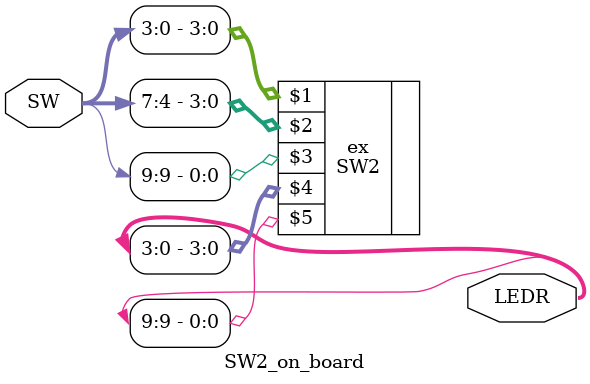
<source format=v>
module SW2_on_board(
	input [9:0] SW,
	output [9:0] LEDR);
	
SW2 ex(SW[3:0], SW[7:4], SW[9], LEDR[3:0], LEDR[9]);

endmodule

</source>
